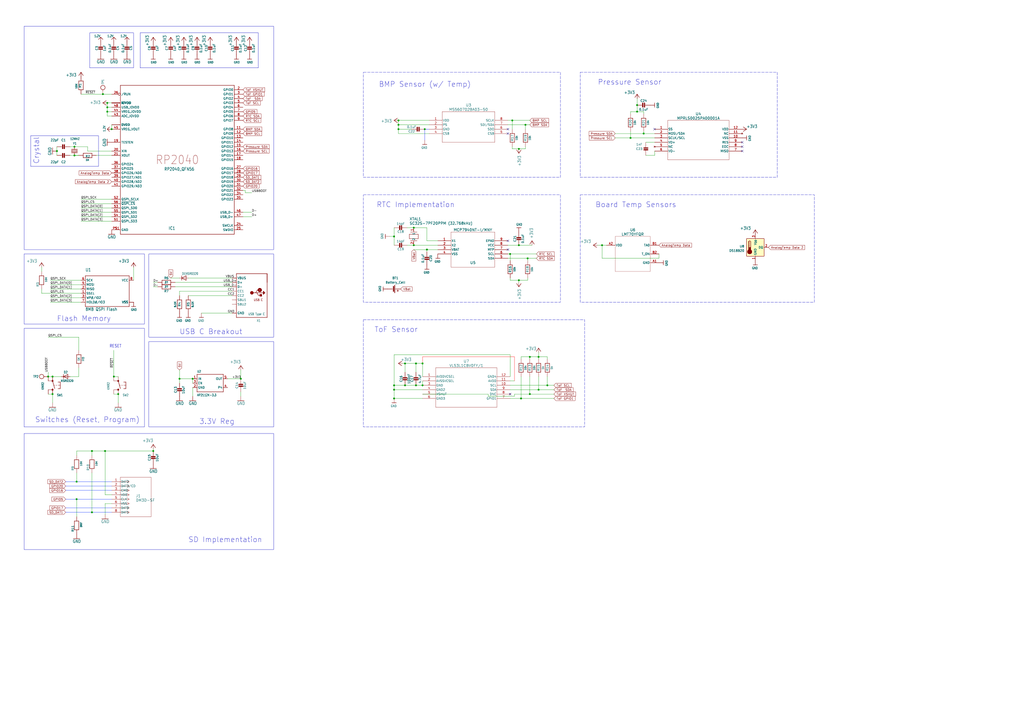
<source format=kicad_sch>
(kicad_sch (version 20230121) (generator eeschema)
  (paper "A2")
  (junction (at 68.58 228.6))
  (junction (at 88.9 261.62))
  (junction (at 300.99 86.36))
  (junction (at 245.11 223.52))
  (junction (at 245.11 210.82))
  (junction (at 104.14 219.71))
  (junction (at 304.8 72.39))
  (junction (at 240.03 142.24))
  (junction (at 228.6 231.14))
  (junction (at 373.38 77.47))
  (junction (at 53.34 297.18))
  (junction (at 307.34 228.6))
  (junction (at 317.5 223.52))
  (junction (at 60.96 261.62))
  (junction (at 365.76 80.01))
  (junction (at 64.77 74.93))
  (junction (at 27.94 218.44))
  (junction (at 53.34 261.62))
  (junction (at 111.76 219.71))
  (junction (at 247.65 144.78))
  (junction (at 62.23 59.69))
  (junction (at 241.3 223.52))
  (junction (at 231.14 69.85))
  (junction (at 297.18 69.85))
  (junction (at 44.45 279.4))
  (junction (at 228.6 223.52))
  (junction (at 234.95 210.82))
  (junction (at 295.91 147.32))
  (junction (at 369.57 64.77))
  (junction (at 234.95 223.52))
  (junction (at 43.18 90.17))
  (junction (at 139.7 219.71))
  (junction (at 43.18 85.09))
  (junction (at 312.42 226.06))
  (junction (at 30.48 218.44))
  (junction (at 312.42 207.01))
  (junction (at 300.99 142.24))
  (junction (at 33.02 87.63))
  (junction (at 307.34 207.01))
  (junction (at 44.45 289.56))
  (junction (at 369.57 60.96))
  (junction (at 62.23 62.23))
  (junction (at 240.03 132.08))
  (junction (at 300.99 162.56))
  (junction (at 59.69 54.61))
  (junction (at 231.14 72.39))
  (junction (at 231.14 74.93))
  (junction (at 30.48 228.6))
  (junction (at 349.25 142.24))
  (junction (at 228.6 226.06))
  (junction (at 62.23 64.77))
  (junction (at 66.04 218.44))
  (junction (at 241.3 210.82))
  (junction (at 228.6 137.16))
  (junction (at 246.38 74.93))
  (junction (at 306.07 149.86))
  (junction (at 302.26 231.14))
  (no_connect (at 294.64 74.93))
  (no_connect (at 294.64 144.78))
  (no_connect (at 295.91 228.6))
  (no_connect (at 294.64 77.47))
  (no_connect (at 294.64 139.7))
  (no_connect (at 430.53 82.55))
  (no_connect (at 430.53 87.63))
  (no_connect (at 430.53 85.09))
  (no_connect (at 379.73 74.93))
  (wire (pts (xy 24.13 167.64) (xy 24.13 170.18)) (stroke (width 0.1524)))
  (wire (pts (xy 248.92 77.47) (xy 231.14 77.47)))
  (wire (pts (xy 44.45 274.32) (xy 44.45 279.4)))
  (wire (pts (xy 236.22 132.08) (xy 240.03 132.08)))
  (wire (pts (xy 234.95 210.82) (xy 233.68 210.82)))
  (wire (pts (xy 38.1 297.18) (xy 53.34 297.18)) (stroke (width 0) (color 0 40 255 1)))
  (wire (pts (xy 346.71 142.24) (xy 349.25 142.24)))
  (wire (pts (xy 365.76 64.77) (xy 369.57 64.77)))
  (wire (pts (xy 29.21 175.26) (xy 46.99 175.26)) (stroke (width 0.1524)))
  (wire (pts (xy 241.3 210.82) (xy 241.3 215.9)))
  (wire (pts (xy 295.91 231.14) (xy 302.26 231.14)))
  (wire (pts (xy 64.77 287.02) (xy 60.96 287.02)))
  (wire (pts (xy 24.13 170.18) (xy 46.99 170.18)) (stroke (width 0.1524)))
  (wire (pts (xy 240.03 144.78) (xy 247.65 144.78)))
  (wire (pts (xy 248.92 72.39) (xy 231.14 72.39)))
  (wire (pts (xy 38.1 294.64) (xy 64.77 294.64)) (stroke (width 0) (color 0 40 255 1)))
  (wire (pts (xy 373.38 76.2) (xy 373.38 77.47)))
  (wire (pts (xy 295.91 147.32) (xy 311.15 147.32)))
  (wire (pts (xy 64.77 54.61) (xy 59.69 54.61)) (stroke (width 0.1524)))
  (wire (pts (xy 104.14 161.29) (xy 99.06 161.29)) (stroke (width 0.1524)))
  (wire (pts (xy 294.64 149.86) (xy 306.07 149.86)))
  (wire (pts (xy 43.18 85.09) (xy 50.8 85.09)))
  (wire (pts (xy 228.6 137.16) (xy 226.06 137.16)))
  (wire (pts (xy 228.6 231.14) (xy 245.11 231.14)))
  (wire (pts (xy 142.24 110.49) (xy 140.97 110.49)))
  (wire (pts (xy 77.47 154.94) (xy 77.47 162.56)) (stroke (width 0.1524)))
  (wire (pts (xy 245.11 207.01) (xy 245.11 210.82)) (stroke (width 0) (color 255 0 2 1)))
  (wire (pts (xy 295.91 205.74) (xy 228.6 205.74)))
  (wire (pts (xy 373.38 77.47) (xy 379.73 77.47)))
  (wire (pts (xy 64.77 292.1) (xy 60.96 292.1)))
  (wire (pts (xy 254 139.7) (xy 247.65 139.7)))
  (wire (pts (xy 64.77 72.39) (xy 64.77 74.93)) (stroke (width 0.1524)))
  (wire (pts (xy 45.72 195.58) (xy 27.94 195.58)) (stroke (width 0.1524)))
  (wire (pts (xy 241.3 223.52) (xy 245.11 223.52)))
  (wire (pts (xy 88.9 163.83) (xy 91.44 163.83)))
  (wire (pts (xy 295.91 147.32) (xy 295.91 151.13)))
  (wire (pts (xy 302.26 207.01) (xy 307.34 207.01)))
  (wire (pts (xy 297.18 69.85) (xy 307.34 69.85)))
  (wire (pts (xy 307.34 207.01) (xy 307.34 208.28)))
  (wire (pts (xy 64.77 59.69) (xy 62.23 59.69)) (stroke (width 0.1524)))
  (wire (pts (xy 27.94 215.9) (xy 27.94 218.44)))
  (wire (pts (xy 64.77 118.11) (xy 46.99 118.11)) (stroke (width 0.1524)))
  (wire (pts (xy 104.14 168.91) (xy 104.14 171.45)) (stroke (width 0.1524)))
  (wire (pts (xy 300.99 142.24) (xy 308.61 142.24)))
  (wire (pts (xy 101.6 166.37) (xy 134.62 166.37)))
  (wire (pts (xy 38.1 281.94) (xy 64.77 281.94)) (stroke (width 0) (color 0 40 255 1)))
  (wire (pts (xy 46.99 128.27) (xy 64.77 128.27)) (stroke (width 0.1524)))
  (wire (pts (xy 40.64 90.17) (xy 43.18 90.17)) (stroke (width 0.1524)))
  (wire (pts (xy 304.8 85.09) (xy 304.8 86.36)))
  (wire (pts (xy 43.18 85.09) (xy 40.64 85.09)) (stroke (width 0.1524)))
  (wire (pts (xy 111.76 224.79) (xy 111.76 229.87)) (stroke (width 0.1524)))
  (wire (pts (xy 88.9 166.37) (xy 91.44 166.37)) (stroke (width 0.1524)))
  (wire (pts (xy 27.94 228.6) (xy 30.48 228.6)) (stroke (width 0.1524)))
  (wire (pts (xy 300.99 162.56) (xy 300.99 163.83)))
  (wire (pts (xy 228.6 226.06) (xy 228.6 231.14)))
  (wire (pts (xy 60.96 287.02) (xy 60.96 261.62)))
  (wire (pts (xy 33.02 90.17) (xy 33.02 87.63)) (stroke (width 0.1524)))
  (wire (pts (xy 306.07 149.86) (xy 306.07 151.13)))
  (wire (pts (xy 142.24 111.76) (xy 146.05 111.76)))
  (wire (pts (xy 60.96 292.1) (xy 60.96 298.45)))
  (wire (pts (xy 297.18 86.36) (xy 300.99 86.36)))
  (wire (pts (xy 373.38 64.77) (xy 369.57 64.77)))
  (wire (pts (xy 132.08 219.71) (xy 139.7 219.71)) (stroke (width 0.1524)))
  (wire (pts (xy 248.92 74.93) (xy 246.38 74.93)) (stroke (width 0) (color 0 20 255 1)))
  (wire (pts (xy 295.91 162.56) (xy 300.99 162.56)))
  (wire (pts (xy 64.77 67.31) (xy 62.23 67.31)) (stroke (width 0.1524)))
  (wire (pts (xy 298.45 228.6) (xy 307.34 228.6)))
  (wire (pts (xy 231.14 74.93) (xy 238.76 74.93)))
  (wire (pts (xy 44.45 289.56) (xy 64.77 289.56)) (stroke (width 0) (color 0 40 255 1)))
  (wire (pts (xy 30.48 218.44) (xy 35.56 218.44)) (stroke (width 0.1524)))
  (wire (pts (xy 294.64 72.39) (xy 304.8 72.39)))
  (wire (pts (xy 104.14 219.71) (xy 111.76 219.71)) (stroke (width 0.1524)))
  (wire (pts (xy 40.64 218.44) (xy 45.72 218.44)) (stroke (width 0.1524)))
  (wire (pts (xy 104.14 214.63) (xy 104.14 219.71)) (stroke (width 0.1524)))
  (wire (pts (xy 30.48 228.6) (xy 30.48 233.68)) (stroke (width 0.1524)))
  (wire (pts (xy 240.03 142.24) (xy 254 142.24)))
  (wire (pts (xy 312.42 218.44) (xy 312.42 226.06)))
  (wire (pts (xy 46.99 162.56) (xy 29.21 162.56)) (stroke (width 0.1524)))
  (wire (pts (xy 365.76 76.2) (xy 365.76 80.01)))
  (wire (pts (xy 116.84 181.61) (xy 134.62 181.61)) (stroke (width 0.1524)))
  (wire (pts (xy 306.07 162.56) (xy 300.99 162.56)))
  (wire (pts (xy 64.77 62.23) (xy 62.23 62.23)) (stroke (width 0.1524)))
  (wire (pts (xy 356.87 77.47) (xy 373.38 77.47)))
  (wire (pts (xy 88.9 260.35) (xy 88.9 261.62)))
  (wire (pts (xy 142.24 111.76) (xy 142.24 110.49)))
  (wire (pts (xy 245.11 228.6) (xy 283.21 228.6)))
  (wire (pts (xy 295.91 226.06) (xy 312.42 226.06)))
  (wire (pts (xy 46.99 167.64) (xy 29.21 167.64)) (stroke (width 0.1524)))
  (wire (pts (xy 374.65 82.55) (xy 379.73 82.55)))
  (wire (pts (xy 53.34 261.62) (xy 60.96 261.62)))
  (wire (pts (xy 43.18 90.17) (xy 45.72 90.17)) (stroke (width 0.1524)))
  (wire (pts (xy 365.76 80.01) (xy 379.73 80.01)))
  (wire (pts (xy 298.45 229.87) (xy 298.45 228.6)))
  (wire (pts (xy 365.76 66.04) (xy 365.76 64.77)))
  (wire (pts (xy 64.77 115.57) (xy 46.99 115.57)) (stroke (width 0.1524)))
  (wire (pts (xy 231.14 74.93) (xy 231.14 72.39)))
  (wire (pts (xy 55.88 90.17) (xy 64.77 90.17)))
  (wire (pts (xy 44.45 279.4) (xy 64.77 279.4)) (stroke (width 0) (color 0 40 255 1)))
  (wire (pts (xy 302.26 208.28) (xy 302.26 207.01)))
  (wire (pts (xy 228.6 223.52) (xy 228.6 226.06)))
  (wire (pts (xy 306.07 149.86) (xy 311.15 149.86)))
  (wire (pts (xy 38.1 284.48) (xy 64.77 284.48)) (stroke (width 0) (color 0 40 255 1)))
  (wire (pts (xy 66.04 228.6) (xy 68.58 228.6)) (stroke (width 0.1524)))
  (wire (pts (xy 304.8 86.36) (xy 300.99 86.36)))
  (wire (pts (xy 228.6 142.24) (xy 228.6 137.16)))
  (wire (pts (xy 302.26 231.14) (xy 321.31 231.14)))
  (wire (pts (xy 45.72 203.2) (xy 45.72 195.58)) (stroke (width 0.1524)))
  (wire (pts (xy 111.76 222.25) (xy 111.76 219.71)) (stroke (width 0.1524)))
  (wire (pts (xy 307.34 218.44) (xy 307.34 228.6)))
  (wire (pts (xy 247.65 139.7) (xy 247.65 132.08)))
  (wire (pts (xy 373.38 66.04) (xy 373.38 64.77)))
  (wire (pts (xy 45.72 218.44) (xy 45.72 213.36)) (stroke (width 0.1524)))
  (wire (pts (xy 379.73 90.17) (xy 379.73 87.63)))
  (wire (pts (xy 53.34 261.62) (xy 53.34 264.16)))
  (wire (pts (xy 66.04 218.44) (xy 66.04 203.2)) (stroke (width 0.1524)))
  (wire (pts (xy 295.91 161.29) (xy 295.91 162.56)))
  (wire (pts (xy 317.5 223.52) (xy 321.31 223.52)))
  (wire (pts (xy 349.25 142.24) (xy 351.79 142.24)))
  (wire (pts (xy 64.77 87.63) (xy 50.8 87.63)))
  (wire (pts (xy 228.6 205.74) (xy 228.6 223.52)))
  (wire (pts (xy 298.45 207.01) (xy 245.11 207.01)) (stroke (width 0) (color 255 0 2 1)))
  (wire (pts (xy 294.64 142.24) (xy 300.99 142.24)))
  (wire (pts (xy 104.14 222.25) (xy 104.14 219.71)) (stroke (width 0.1524)))
  (wire (pts (xy 46.99 125.73) (xy 64.77 125.73)) (stroke (width 0.1524)))
  (wire (pts (xy 62.23 67.31) (xy 62.23 64.77)) (stroke (width 0.1524)))
  (wire (pts (xy 62.23 64.77) (xy 62.23 62.23)) (stroke (width 0.1524)))
  (wire (pts (xy 228.6 132.08) (xy 228.6 137.16)))
  (wire (pts (xy 228.6 226.06) (xy 245.11 226.06)))
  (wire (pts (xy 382.27 147.32) (xy 382.27 149.86)))
  (wire (pts (xy 295.91 223.52) (xy 317.5 223.52)))
  (wire (pts (xy 234.95 223.52) (xy 241.3 223.52)))
  (wire (pts (xy 304.8 72.39) (xy 307.34 72.39)))
  (wire (pts (xy 60.96 261.62) (xy 88.9 261.62)))
  (wire (pts (xy 38.1 279.4) (xy 44.45 279.4)) (stroke (width 0) (color 0 40 255 1)))
  (wire (pts (xy 43.18 90.17) (xy 45.72 90.17)))
  (wire (pts (xy 231.14 69.85) (xy 248.92 69.85)))
  (wire (pts (xy 68.58 218.44) (xy 66.04 218.44)) (stroke (width 0.1524)))
  (wire (pts (xy 231.14 72.39) (xy 231.14 69.85)))
  (wire (pts (xy 234.95 210.82) (xy 234.95 215.9)))
  (wire (pts (xy 33.02 87.63) (xy 33.02 85.09)) (stroke (width 0.1524)))
  (wire (pts (xy 369.57 60.96) (xy 369.57 64.77)))
  (wire (pts (xy 64.77 64.77) (xy 62.23 64.77)) (stroke (width 0.1524)))
  (wire (pts (xy 294.64 69.85) (xy 297.18 69.85)))
  (wire (pts (xy 297.18 85.09) (xy 297.18 86.36)))
  (wire (pts (xy 297.18 69.85) (xy 297.18 74.93)))
  (wire (pts (xy 236.22 142.24) (xy 240.03 142.24)))
  (wire (pts (xy 283.21 229.87) (xy 298.45 229.87)))
  (wire (pts (xy 247.65 144.78) (xy 254 144.78)))
  (wire (pts (xy 302.26 218.44) (xy 302.26 231.14)))
  (wire (pts (xy 231.14 77.47) (xy 231.14 74.93)))
  (wire (pts (xy 245.11 210.82) (xy 245.11 218.44)))
  (wire (pts (xy 295.91 218.44) (xy 295.91 205.74)))
  (wire (pts (xy 246.38 74.93) (xy 246.38 81.28)) (stroke (width 0) (color 0 20 255 1)))
  (wire (pts (xy 307.34 228.6) (xy 321.31 228.6)))
  (wire (pts (xy 44.45 289.56) (xy 44.45 299.72)))
  (wire (pts (xy 139.7 214.63) (xy 139.7 219.71)) (stroke (width 0.1524)))
  (wire (pts (xy 228.6 223.52) (xy 234.95 223.52)))
  (wire (pts (xy 140.97 125.73) (xy 146.05 125.73)))
  (wire (pts (xy 306.07 161.29) (xy 306.07 162.56)))
  (wire (pts (xy 68.58 228.6) (xy 68.58 233.68)) (stroke (width 0.1524)))
  (wire (pts (xy 356.87 80.01) (xy 365.76 80.01)))
  (wire (pts (xy 62.23 62.23) (xy 62.23 59.69)) (stroke (width 0.1524)))
  (wire (pts (xy 53.34 297.18) (xy 64.77 297.18)) (stroke (width 0) (color 0 40 255 1)))
  (wire (pts (xy 312.42 207.01) (xy 312.42 208.28)))
  (wire (pts (xy 245.11 210.82) (xy 241.3 210.82)))
  (wire (pts (xy 44.45 264.16) (xy 44.45 261.62)))
  (wire (pts (xy 374.65 90.17) (xy 379.73 90.17)))
  (wire (pts (xy 46.99 172.72) (xy 29.21 172.72)) (stroke (width 0.1524)))
  (wire (pts (xy 134.62 168.91) (xy 104.14 168.91)) (stroke (width 0.1524)))
  (wire (pts (xy 59.69 54.61) (xy 46.99 54.61)) (stroke (width 0.1524)))
  (wire (pts (xy 139.7 229.87) (xy 139.7 227.33)) (stroke (width 0.1524)))
  (wire (pts (xy 304.8 72.39) (xy 304.8 74.93)))
  (wire (pts (xy 317.5 208.28) (xy 317.5 207.01)))
  (wire (pts (xy 44.45 261.62) (xy 53.34 261.62)))
  (wire (pts (xy 312.42 207.01) (xy 317.5 207.01)))
  (wire (pts (xy 46.99 120.65) (xy 64.77 120.65)) (stroke (width 0.1524)))
  (wire (pts (xy 247.65 144.78) (xy 247.65 146.05)))
  (wire (pts (xy 24.13 154.94) (xy 24.13 157.48)) (stroke (width 0.1524)))
  (wire (pts (xy 53.34 274.32) (xy 53.34 297.18)))
  (wire (pts (xy 30.48 218.44) (xy 27.94 218.44)) (stroke (width 0.1524)))
  (wire (pts (xy 245.11 220.98) (xy 245.11 223.52)))
  (wire (pts (xy 134.62 171.45) (xy 109.22 171.45)) (stroke (width 0.1524)))
  (wire (pts (xy 29.21 165.1) (xy 46.99 165.1)) (stroke (width 0.1524)))
  (wire (pts (xy 294.64 147.32) (xy 295.91 147.32)))
  (wire (pts (xy 247.65 132.08) (xy 240.03 132.08)))
  (wire (pts (xy 46.99 123.19) (xy 64.77 123.19)) (stroke (width 0.1524)))
  (wire (pts (xy 317.5 218.44) (xy 317.5 223.52)))
  (wire (pts (xy 109.22 161.29) (xy 134.62 161.29)))
  (wire (pts (xy 312.42 226.06) (xy 321.31 226.06)))
  (wire (pts (xy 382.27 149.86) (xy 349.25 149.86)))
  (wire (pts (xy 101.6 163.83) (xy 134.62 163.83)))
  (wire (pts (xy 283.21 228.6) (xy 283.21 229.87)))
  (wire (pts (xy 369.57 57.15) (xy 369.57 60.96)))
  (wire (pts (xy 307.34 207.01) (xy 312.42 207.01)))
  (wire (pts (xy 312.42 204.47) (xy 312.42 207.01)))
  (wire (pts (xy 295.91 220.98) (xy 298.45 220.98)))
  (wire (pts (xy 234.95 210.82) (xy 241.3 210.82)))
  (wire (pts (xy 349.25 149.86) (xy 349.25 142.24)))
  (wire (pts (xy 50.8 87.63) (xy 50.8 85.09)))
  (wire (pts (xy 38.1 289.56) (xy 44.45 289.56)) (stroke (width 0) (color 0 40 255 1)))
  (wire (pts (xy 140.97 123.19) (xy 146.05 123.19)))
  (wire (pts (xy 298.45 220.98) (xy 298.45 207.01)) (stroke (width 0) (color 255 0 2 1)))
  (rectangle (start 210.82 41.91) (end 325.12 102.87) (stroke (width 0) (type dash)))
  (rectangle (start 81.28 19.05) (end 149.86 39.37))
  (rectangle (start 13.97 15.24) (end 158.75 144.78))
  (rectangle (start 17.78 78.74) (end 57.15 96.52))
  (rectangle (start 86.36 147.32) (end 158.75 195.58))
  (rectangle (start 13.97 147.32) (end 83.82 187.96))
  (rectangle (start 336.55 41.91) (end 450.85 102.87) (stroke (width 0) (type dash)))
  (rectangle (start 86.36 198.12) (end 158.75 247.65))
  (rectangle (start 52.07 19.05) (end 77.47 39.37))
  (rectangle (start 13.97 190.5) (end 83.82 247.65))
  (rectangle (start 336.55 113.03) (end 472.44 175.26) (stroke (width 0) (type dash)))
  (rectangle (start 210.82 113.03) (end 325.12 175.26) (stroke (width 0) (type dash)))
  (rectangle (start 13.97 251.46) (end 158.75 318.77))
  (rectangle (start 210.82 185.42) (end 339.09 247.65) (stroke (width 0) (type dash)))
  (text "Pressure Sensor" (at 346.71 49.53 0) (effects (font (size 3 3)) (justify left bottom)))
  (text "Board Temp Sensors" (at 345.44 120.65 0) (effects (font (size 3 3)) (justify left bottom)))
  (text "Flash Memory" (at 33.02 186.69 0) (effects (font (size 3 3)) (justify left bottom)))
  (text "USB C Breakout" (at 104.14 194.31 0) (effects (font (size 3 3)) (justify left bottom)))
  (text "ToF Sensor" (at 217.17 193.04 0) (effects (font (size 3 3)) (justify left bottom)))
  (text "Switches (Reset, Program)\n\n" (at 20.32 250.19 0) (effects (font (size 3 3)) (justify left bottom)))
  (text "RESET" (at 63.5 201.93 0) (effects (font (size 1.778 1.5113)) (justify left bottom)))
  (text "RTC Implementation" (at 218.44 120.65 0) (effects (font (size 3 3)) (justify left bottom)))
  (text "SD Implementation" (at 109.22 314.96 0) (effects (font (size 3 3)) (justify left bottom)))
  (text "Crystal\n" (at 22.86 95.25 90) (effects (font (size 3 3)) (justify left bottom)))
  (text "BMP Sensor (w/ Temp)\n" (at 219.71 50.8 0) (effects (font (size 3 3)) (justify left bottom)))
  (text "3.3V Reg\n" (at 115.57 246.38 0) (effects (font (size 3 3)) (justify left bottom)))
  (label "GND" (at 132.08 181.61 0) (effects (font (size 1.2446 1.2446))))
  (label "QSPI_CS" (at 46.99 118.11 0) (effects (font (size 1.2446 1.2446))))
  (label "USB_D+" (at 129.54 163.83 0) (effects (font (size 1.2446 1.2446))))
  (label "D+" (at 88.9 163.83 0) (effects (font (size 1.2446 1.2446))))
  (label "~{RESET}" (at 49.53 54.61 0) (effects (font (size 1.2446 1.2446))))
  (label "CC2" (at 132.08 171.45 0) (effects (font (size 1.2446 1.2446))))
  (label "D-" (at 88.9 166.37 0) (effects (font (size 1.2446 1.2446))))
  (label "D-" (at 146.05 123.19 0) (effects (font (size 1.2446 1.2446))))
  (label "CC1" (at 132.08 168.91 0) (effects (font (size 1.2446 1.2446))))
  (label "USBBOOT" (at 146.05 111.76 0) (effects (font (size 1.2446 1.2446))))
  (label "~{RESET}" (at 66.04 213.36 90) (effects (font (size 1.2446 1.2446))))
  (label "QSPI_CS" (at 29.21 170.18 0) (effects (font (size 1.2446 1.2446))))
  (label "+3V3" (at 134.62 219.71 0) (effects (font (size 1.2446 1.2446))))
  (label "QSPI_DATA[3]" (at 46.99 128.27 0) (effects (font (size 1.2446 1.2446))))
  (label "USB_D-" (at 129.54 166.37 0) (effects (font (size 1.2446 1.2446))))
  (label "QSPI_DATA[2]" (at 29.21 172.72 0) (effects (font (size 1.2446 1.2446))))
  (label "QSPI_DATA[2]" (at 46.99 125.73 0) (effects (font (size 1.2446 1.2446))))
  (label "QSPI_DATA[0]" (at 29.21 165.1 0) (effects (font (size 1.2446 1.2446))))
  (label "QSPI_DATA[3]" (at 29.21 175.26 0) (effects (font (size 1.2446 1.2446))))
  (label "QSPI_DATA[1]" (at 29.21 167.64 0) (effects (font (size 1.2446 1.2446))))
  (label "D+" (at 146.05 125.73 0) (effects (font (size 1.2446 1.2446))))
  (label "USBBOOT" (at 27.94 215.9 90) (effects (font (size 1.2446 1.2446))))
  (label "QSPI_DATA[0]" (at 46.99 120.65 0) (effects (font (size 1.2446 1.2446))))
  (label "QSPI_DATA[1]" (at 46.99 123.19 0) (effects (font (size 1.2446 1.2446))))
  (label "QSPI_SCK" (at 29.21 162.56 0) (effects (font (size 1.2446 1.2446))))
  (label "VBUS" (at 130.81 161.29 0) (effects (font (size 1.2446 1.2446))))
  (label "QSPI_SCK" (at 46.99 115.57 0) (effects (font (size 1.2446 1.2446))))
  (label "QSPI_CS" (at 27.94 195.58 0) (effects (font (size 1.2446 1.2446))))
  (global_label "Pressure SCL" (shape input) (at 140.97 87.63 0) (property "Intersheetrefs" "${INTERSHEET_REFS}" (effects hide)))
  (global_label "ToF SCL" (shape input) (at 140.97 59.69 0) (property "Intersheetrefs" "${INTERSHEET_REFS}" (effects hide)))
  (global_label "SD_DAT1" (shape input) (at 140.97 102.87 0) (property "Intersheetrefs" "${INTERSHEET_REFS}" (effects hide)))
  (global_label "AnalogTemp Data 2" (shape input) (at 445.77 143.51 0) (property "Intersheetrefs" "${INTERSHEET_REFS}" (effects hide)))
  (global_label "GPIO20" (shape input) (at 140.97 107.95 0) (property "Intersheetrefs" "${INTERSHEET_REFS}" (effects hide)))
  (global_label "ToF XSHUT" (shape input) (at 140.97 52.07 0) (property "Intersheetrefs" "${INTERSHEET_REFS}" (effects hide)))
  (global_label "GPIO17" (shape input) (at 140.97 100.33 0) (property "Intersheetrefs" "${INTERSHEET_REFS}" (effects hide)))
  (global_label "SD_DAT2" (shape input) (at 140.97 105.41 0) (property "Intersheetrefs" "${INTERSHEET_REFS}" (effects hide)))
  (global_label "5V" (shape input) (at 104.14 214.63 90) (property "Intersheetrefs" "${INTERSHEET_REFS}" (effects hide)))
  (global_label "AnalogTemp Data 2" (shape input) (at 64.77 105.41 180) (property "Intersheetrefs" "${INTERSHEET_REFS}" (effects hide)))
  (global_label "ToF  SDA" (shape input) (at 321.31 226.06 0) (property "Intersheetrefs" "${INTERSHEET_REFS}" (effects hide)))
  (global_label "Pressure SCL" (shape input) (at 356.87 80.01 180) (property "Intersheetrefs" "${INTERSHEET_REFS}" (effects hide)))
  (global_label "GPIO17" (shape input) (at 38.1 294.64 180) (property "Intersheetrefs" "${INTERSHEET_REFS}" (effects hide)))
  (global_label "SD_DAT2" (shape input) (at 38.1 279.4 180) (property "Intersheetrefs" "${INTERSHEET_REFS}" (effects hide)))
  (global_label "ToF  SDA" (shape input) (at 140.97 57.15 0) (property "Intersheetrefs" "${INTERSHEET_REFS}" (effects hide)))
  (global_label "GPIO5" (shape input) (at 38.1 289.56 180) (property "Intersheetrefs" "${INTERSHEET_REFS}" (effects hide)))
  (global_label "Pressure SDA" (shape input) (at 140.97 85.09 0) (property "Intersheetrefs" "${INTERSHEET_REFS}" (effects hide)))
  (global_label "ToF GPIO1" (shape input) (at 140.97 54.61 0) (property "Intersheetrefs" "${INTERSHEET_REFS}" (effects hide)))
  (global_label "RTC SCL" (shape input) (at 311.15 147.32 0) (property "Intersheetrefs" "${INTERSHEET_REFS}" (effects hide)))
  (global_label "AnalogTemp Data" (shape input) (at 382.27 142.24 0) (property "Intersheetrefs" "${INTERSHEET_REFS}" (effects hide)))
  (global_label "RTC SDA" (shape input) (at 140.97 67.31 0) (property "Intersheetrefs" "${INTERSHEET_REFS}" (effects hide)))
  (global_label "BMP SCL" (shape input) (at 140.97 77.47 0) (property "Intersheetrefs" "${INTERSHEET_REFS}" (effects hide)))
  (global_label "RTC SDA" (shape input) (at 311.15 149.86 0) (property "Intersheetrefs" "${INTERSHEET_REFS}" (effects hide)))
  (global_label "ToF XSHUT" (shape input) (at 321.31 228.6 0) (property "Intersheetrefs" "${INTERSHEET_REFS}" (effects hide)))
  (global_label "ToF GPIO1" (shape input) (at 321.31 231.14 0) (property "Intersheetrefs" "${INTERSHEET_REFS}" (effects hide)))
  (global_label "VBat" (shape input) (at 240.03 144.78 270) (property "Intersheetrefs" "${INTERSHEET_REFS}" (effects hide)))
  (global_label "BMP SCL" (shape input) (at 307.34 69.85 0) (property "Intersheetrefs" "${INTERSHEET_REFS}" (effects hide)))
  (global_label "BMP SDA" (shape input) (at 140.97 74.93 0) (property "Intersheetrefs" "${INTERSHEET_REFS}" (effects hide)))
  (global_label "AnalogTemp Data" (shape input) (at 64.77 100.33 180) (property "Intersheetrefs" "${INTERSHEET_REFS}" (effects hide)))
  (global_label "GPIO5" (shape input) (at 140.97 64.77 0) (property "Intersheetrefs" "${INTERSHEET_REFS}" (effects hide)))
  (global_label "RTC SCL" (shape input) (at 140.97 69.85 0) (property "Intersheetrefs" "${INTERSHEET_REFS}" (effects hide)))
  (global_label "SD_DAT1" (shape input) (at 38.1 297.18 180) (property "Intersheetrefs" "${INTERSHEET_REFS}" (effects hide)))
  (global_label "VBat" (shape input) (at 232.41 167.64 0) (property "Intersheetrefs" "${INTERSHEET_REFS}" (effects hide)))
  (global_label "ToF SCL" (shape input) (at 321.31 223.52 0) (property "Intersheetrefs" "${INTERSHEET_REFS}" (effects hide)))
  (global_label "GPIO16" (shape input) (at 38.1 284.48 180) (property "Intersheetrefs" "${INTERSHEET_REFS}" (effects hide)))
  (global_label "5V" (shape input) (at 99.06 161.29 90) (property "Intersheetrefs" "${INTERSHEET_REFS}" (effects hide)))
  (global_label "GPIO16" (shape input) (at 140.97 97.79 0) (property "Intersheetrefs" "${INTERSHEET_REFS}" (effects hide)))
  (global_label "GPIO20" (shape input) (at 38.1 281.94 180) (property "Intersheetrefs" "${INTERSHEET_REFS}" (effects hide)))
  (global_label "BMP SDA" (shape input) (at 307.34 72.39 0) (property "Intersheetrefs" "${INTERSHEET_REFS}" (effects hide)))
  (global_label "Pressure SDA" (shape input) (at 356.87 77.47 180) (property "Intersheetrefs" "${INTERSHEET_REFS}" (effects hide)))
  (symbol (lib_id "Adafruit QT Py RP2040-eagle-import:+3V3") (at 144.78 21.59 0) (unit 1)
    (property "Reference" "#+3V09" (effects hide))
    (property "Value" "+3V3" (at 142.24 26.67 90) (effects (font (size 1.778 1.5113)) (justify left bottom)))
  )
  (symbol (lib_id "Adafruit QT Py RP2040-eagle-import:USB_C") (at 144.78 171.45 0) (mirror y) (unit 1)
    (property "Reference" "X1" (at 151.13 186.69 0) (effects (font (size 1.27 1.0795)) (justify left bottom)))
    (property "Value" "USB Type C" (at 153.67 182.88 0) (effects (font (size 1.27 1.0795)) (justify left bottom)))
    (property "Footprint" "QTpy:USB_C_CUSB31-CFM2AX-01-X" (effects hide))
  )
  (symbol (lib_id "Adafruit QT Py RP2040-eagle-import:CAP_CERAMIC0603_NO") (at 58.42 29.21 0) (unit 1)
    (property "Reference" "C3" (at 56.13 27.96 90))
    (property "Value" "1uF" (at 60.72 27.96 90))
    (property "Footprint" "Capacitor_SMD:C_0201_0603Metric_Pad0.64x0.40mm_HandSolder" (effects hide))
  )
  (symbol (lib_id "Adafruit QT Py RP2040-eagle-import:RESISTOR_0402NO") (at 104.14 176.53 270) (mirror x) (unit 1)
    (property "Reference" "R4" (at 104.14 176.53 0))
    (property "Value" "5.1K" (at 101.6 176.53 0) (effects (font (size 1.016 1.016) bold)))
    (property "Footprint" "Resistor_SMD:R_0402_1005Metric_Pad0.72x0.64mm_HandSolder" (effects hide))
  )
  (symbol (lib_id "Adafruit QT Py RP2040-eagle-import:GND") (at 58.42 34.29 0) (mirror y) (unit 1)
    (property "Reference" "#GND03" (effects hide))
    (property "Value" "GND" (at 60.96 36.83 0) (effects (font (size 1.778 1.5113)) (justify left bottom)))
  )
  (symbol (lib_id "Adafruit QT Py RP2040-eagle-import:DIODE_SOD323MINI") (at 38.1 218.44 0) (mirror y) (unit 1)
    (property "Reference" "D2" (at 38.1 215.9 0) (effects (font (size 1.27 1.0795))))
    (property "Value" "  NSR0320" (at 38.1 220.94 0) (effects (font (size 1.27 1.0795))))
    (property "Footprint" "QTpy:SOD-323_MINI" (effects hide))
  )
  (symbol (lib_id "Adafruit QT Py RP2040-eagle-import:1.2V") (at 62.23 74.93 90) (unit 1)
    (property "Reference" "#U$01" (effects hide))
    (property "Value" "1.2V" (at 61.214 76.454 0) (effects (font (size 1.27 1.0795)) (justify left bottom)))
  )
  (symbol (lib_id "Adafruit QT Py RP2040-eagle-import:microbuilder_GND") (at 254 149.86 0) (mirror y) (unit 1)
    (property "Reference" "#U$020" (effects hide))
    (property "Value" "GND" (at 255.524 152.4 0) (effects (font (size 1.27 1.0795)) (justify left bottom)))
  )
  (symbol (lib_id "Adafruit QT Py RP2040-eagle-import:microbuilder_GND") (at 99.06 34.29 0) (unit 1)
    (property "Reference" "#U$06" (effects hide))
    (property "Value" "GND" (at 97.536 36.83 0) (effects (font (size 1.27 1.0795)) (justify left bottom)))
  )
  (symbol (lib_id "Adafruit QT Py RP2040-eagle-import:+3V3") (at 369.57 54.61 0) (mirror y) (unit 1)
    (property "Reference" "#+3V023" (effects hide))
    (property "Value" "+3V3" (at 368.3 54.61 0) (effects (font (size 1.778 1.5113)) (justify left bottom)))
  )
  (symbol (lib_id "Adafruit QT Py RP2040-eagle-import:RESISTOR_0402NO") (at 96.52 163.83 0) (mirror y) (unit 1)
    (property "Reference" "R6" (at 96.52 161.29 0))
    (property "Value" "27" (at 96.52 163.83 0) (effects (font (size 1.016 1.016) bold)))
    (property "Footprint" "Resistor_SMD:R_0402_1005Metric_Pad0.72x0.64mm_HandSolder" (effects hide))
  )
  (symbol (lib_id "Adafruit QT Py RP2040-eagle-import:RESISTOR_0402NO") (at 304.8 80.01 90) (mirror x) (unit 1)
    (property "Reference" "R19" (at 304.8 80.01 0))
    (property "Value" "10k" (at 307.34 80.01 0) (effects (font (size 1.016 1.016) bold)))
    (property "Footprint" "Resistor_SMD:R_0402_1005Metric_Pad0.72x0.64mm_HandSolder" (effects hide))
  )
  (symbol (lib_id "Adafruit QT Py RP2040-eagle-import:CAP_CERAMIC_0402NO") (at 106.68 29.21 0) (unit 1)
    (property "Reference" "C8" (at 104.39 27.96 90))
    (property "Value" "0.1uF" (at 108.98 27.96 90))
    (property "Footprint" "Capacitor_SMD:C_0402_1005Metric_Pad0.74x0.62mm_HandSolder" (effects hide))
  )
  (symbol (lib_id "Adafruit QT Py RP2040-eagle-import:+3V3") (at 46.99 41.91 0) (mirror y) (unit 1)
    (property "Reference" "#+3V01" (effects hide))
    (property "Value" "+3V3" (at 44.45 44.45 0) (effects (font (size 1.778 1.5113)) (justify left bottom)))
  )
  (symbol (lib_id "Adafruit QT Py RP2040-eagle-import:RESISTOR_0402NO") (at 109.22 176.53 270) (mirror x) (unit 1)
    (property "Reference" "R5" (at 109.22 176.53 0))
    (property "Value" "5.1K" (at 111.76 176.53 0) (effects (font (size 1.016 1.016) bold)))
    (property "Footprint" "Resistor_SMD:R_0402_1005Metric_Pad0.72x0.64mm_HandSolder" (effects hide))
  )
  (symbol (lib_id "Adafruit QT Py RP2040-eagle-import:SWITCH_TACT_SMT4.6X2.8") (at 30.48 223.52 270) (unit 1)
    (property "Reference" "SW1" (at 33.02 229.87 90) (effects (font (size 1.27 1.0795)) (justify left bottom)))
    (property "Value" "KMR2" (at 24.13 221.615 0) (effects (font (size 1.27 1.0795)) (justify left bottom)))
    (property "Footprint" "Button_Switch_SMD:SW_Push_1P1T_NO_CK_KMR2" (effects hide))
  )
  (symbol (lib_id "Adafruit QT Py RP2040-eagle-import:+3V3") (at 59.69 59.69 90) (unit 1)
    (property "Reference" "#+3V02" (effects hide))
    (property "Value" "+3V3" (at 58.42 58.42 90) (effects (font (size 1.778 1.5113)) (justify left bottom)))
  )
  (symbol (lib_id "Adafruit QT Py RP2040-eagle-import:GND") (at 111.76 232.41 0) (mirror y) (unit 1)
    (property "Reference" "#GND010" (effects hide))
    (property "Value" "GND" (at 114.3 234.95 0) (effects (font (size 1.778 1.5113)) (justify left bottom)))
  )
  (symbol (lib_id "Adafruit QT Py RP2040-eagle-import:+3V3") (at 24.13 152.4 0) (mirror y) (unit 1)
    (property "Reference" "#+3V010" (effects hide))
    (property "Value" "+3V3" (at 21.59 152.4 0) (effects (font (size 1.778 1.5113)) (justify left bottom)))
  )
  (symbol (lib_id "Adafruit QT Py RP2040-eagle-import:microbuilder_GND") (at 144.78 34.29 0) (unit 1)
    (property "Reference" "#U$011" (effects hide))
    (property "Value" "GND" (at 143.256 36.83 0) (effects (font (size 1.27 1.0795)) (justify left bottom)))
  )
  (symbol (lib_id "Adafruit QT Py RP2040-eagle-import:CAP_CERAMIC0603_NO") (at 372.11 60.96 270) (unit 1)
    (property "Reference" "C24" (at 373.38 58.42 90))
    (property "Value" "0.1uF" (at 373.38 63.5 90))
    (property "Footprint" "Capacitor_SMD:C_0201_0603Metric_Pad0.64x0.40mm_HandSolder" (effects hide))
  )
  (symbol (lib_id "Adafruit QT Py RP2040-eagle-import:CAP_CERAMIC0805-NOOUTLINE") (at 233.68 132.08 90) (unit 1)
    (property "Reference" "C18" (at 232.43 134.37 90))
    (property "Value" "14pF" (at 232.43 129.78 90))
    (property "Footprint" "Capacitor_SMD:C_0805_2012Metric" (effects hide))
  )
  (symbol (lib_id "Adafruit QT Py RP2040-eagle-import:CAP_CERAMIC0603_NO") (at 88.9 29.21 0) (unit 1)
    (property "Reference" "C6" (at 86.61 27.96 90))
    (property "Value" "1uF" (at 91.2 27.96 90))
    (property "Footprint" "Capacitor_SMD:C_0201_0603Metric_Pad0.64x0.40mm_HandSolder" (effects hide))
  )
  (symbol (lib_id "Comp_Sym5:LMT70YFQR") (at 367.03 147.32 0) (unit 1)
    (property "Reference" "U6" (at 367.03 133.35 0) (effects (font (size 1.524 1.524))))
    (property "Value" "LMT70YFQR" (at 367.03 135.89 0) (effects (font (size 1.524 1.524))))
    (property "Footprint" "YFQ0004ACAC" (effects hide))
    (property "Datasheet" "LMT70YFQR" (effects hide))
  )
  (symbol (lib_id "Adafruit QT Py RP2040-eagle-import:RESISTOR_0402NO") (at 50.8 90.17 0) (unit 1)
    (property "Reference" "R2" (at 49.53 91.44 0) (effects (justify left bottom)))
    (property "Value" "1K" (at 49.53 93.472 0) (effects (font (size 1.016 1.016) bold) (justify left bottom)))
    (property "Footprint" "Resistor_SMD:R_0402_1005Metric_Pad0.72x0.64mm_HandSolder" (effects hide))
  )
  (symbol (lib_id "Adafruit QT Py RP2040-eagle-import:microbuilder_GND") (at 438.15 153.67 0) (mirror y) (unit 1)
    (property "Reference" "#U$018" (effects hide))
    (property "Value" "GND" (at 439.674 156.21 0) (effects (font (size 1.27 1.0795)) (justify left bottom)))
  )
  (symbol (lib_id "Adafruit QT Py RP2040-eagle-import:RESISTOR_0402NO") (at 96.52 166.37 0) (mirror y) (unit 1)
    (property "Reference" "R7" (at 96.52 168.91 0))
    (property "Value" "27" (at 96.52 166.37 0) (effects (font (size 1.016 1.016) bold)))
    (property "Footprint" "Resistor_SMD:R_0402_1005Metric_Pad0.72x0.64mm_HandSolder" (effects hide))
  )
  (symbol (lib_id "Adafruit QT Py RP2040-eagle-import:1.2V") (at 73.66 21.59 0) (unit 1)
    (property "Reference" "#U$04" (effects hide))
    (property "Value" "1.2V" (at 69.85 21.59 0) (effects (font (size 1.27 1.0795)) (justify left bottom)))
  )
  (symbol (lib_id "Adafruit QT Py RP2040-eagle-import:microbuilder_GND") (at 109.22 184.15 0) (mirror y) (unit 1)
    (property "Reference" "#U$014" (effects hide))
    (property "Value" "GND" (at 110.744 186.69 0) (effects (font (size 1.27 1.0795)) (justify left bottom)))
  )
  (symbol (lib_id "Adafruit QT Py RP2040-eagle-import:VREG_SOT23-5") (at 121.92 222.25 0) (unit 1)
    (property "Reference" "U2" (at 114.3 216.154 0) (effects (font (size 1.27 1.0795)) (justify left bottom)))
    (property "Value" "AP2112K-3.3" (at 114.3 229.87 0) (effects (font (size 1.27 1.0795)) (justify left bottom)))
    (property "Footprint" "QTpy:SOT23-5" (effects hide))
  )
  (symbol (lib_id "Adafruit QT Py RP2040-eagle-import:CAP_CERAMIC_0402NO") (at 144.78 29.21 0) (unit 1)
    (property "Reference" "C12" (at 142.49 27.96 90))
    (property "Value" "0.1uF" (at 147.08 27.96 90))
    (property "Footprint" "Capacitor_SMD:C_0402_1005Metric_Pad0.74x0.62mm_HandSolder" (effects hide))
  )
  (symbol (lib_id "Adafruit QT Py RP2040-eagle-import:GND") (at 88.9 271.78 0) (mirror y) (unit 1)
    (property "Reference" "#GND012" (effects hide))
    (property "Value" "GND" (at 91.44 274.32 0) (effects (font (size 1.778 1.5113)) (justify left bottom)))
  )
  (symbol (lib_name "SWITCH_TACT_SMT4.6X2.8_1") (lib_id "Adafruit QT Py RP2040-eagle-import:SWITCH_TACT_SMT4.6X2.8") (at 68.58 223.52 270) (unit 1)
    (property "Reference" "SW2" (at 71.12 229.87 90) (effects (font (size 1.27 1.0795)) (justify left bottom)))
    (property "Value" "KMR2" (at 62.23 221.615 0) (effects (font (size 1.27 1.0795)) (justify left bottom)))
    (property "Footprint" "Button_Switch_SMD:SW_Push_1P1T_NO_CK_KMR2" (effects hide))
  )
  (symbol (lib_id "Adafruit QT Py RP2040-eagle-import:+3V3") (at 300.99 166.37 0) (mirror x) (unit 1)
    (property "Reference" "#+3V018" (effects hide))
    (property "Value" "+3V3" (at 302.26 167.64 90) (effects (font (size 1.778 1.5113)) (justify left bottom)))
  )
  (symbol (lib_id "Adafruit QT Py RP2040-eagle-import:+3V3") (at 438.15 133.35 0) (mirror y) (unit 1)
    (property "Reference" "#+3V017" (effects hide))
    (property "Value" "+3V3" (at 435.61 133.35 0) (effects (font (size 1.778 1.5113)) (justify left bottom)))
  )
  (symbol (lib_id "Adafruit QT Py RP2040-eagle-import:+3V3") (at 308.61 139.7 0) (mirror y) (unit 1)
    (property "Reference" "#+3V019" (effects hide))
    (property "Value" "+3V3" (at 307.34 138.43 90) (effects (font (size 1.778 1.5113)) (justify left bottom)))
  )
  (symbol (lib_id "Adafruit QT Py RP2040-eagle-import:CAP_CERAMIC0603_NO") (at 300.99 139.7 0) (unit 1)
    (property "Reference" "C21" (at 298.7 138.45 90))
    (property "Value" "0.1uF" (at 303.29 138.45 90))
    (property "Footprint" "Capacitor_SMD:C_0201_0603Metric_Pad0.64x0.40mm_HandSolder" (effects hide))
  )
  (symbol (lib_id "Comp_Sym1:MS560702BA03-50") (at 271.78 74.93 0) (unit 1)
    (property "Reference" "U3" (at 271.78 60.96 0) (effects (font (size 1.524 1.524))))
    (property "Value" "MS560702BA03-50" (at 271.78 63.5 0) (effects (font (size 1.524 1.524))))
    (property "Footprint" "SON8_MS5611_TEC" (effects hide))
    (property "Datasheet" "MS560702BA03-50" (effects hide))
  )
  (symbol (lib_id "Adafruit QT Py RP2040-eagle-import:CAP_CERAMIC_0402NO") (at 66.04 26.67 180) (unit 1)
    (property "Reference" "C4" (at 68.33 27.92 90))
    (property "Value" "0.1uF" (at 63.74 27.92 90))
    (property "Footprint" "Capacitor_SMD:C_0402_1005Metric_Pad0.74x0.62mm_HandSolder" (effects hide))
  )
  (symbol (lib_id "Adafruit QT Py RP2040-eagle-import:CAP_CERAMIC0603_NO") (at 374.65 85.09 180) (unit 1)
    (property "Reference" "C23" (at 370.84 86.36 0))
    (property "Value" "1nF" (at 370.84 83.82 0))
    (property "Footprint" "Capacitor_SMD:C_0201_0603Metric_Pad0.64x0.40mm_HandSolder" (effects hide))
  )
  (symbol (lib_id "Adafruit QT Py RP2040-eagle-import:microbuilder_GND") (at 121.92 34.29 0) (unit 1)
    (property "Reference" "#U$09" (effects hide))
    (property "Value" "GND" (at 120.396 36.83 0) (effects (font (size 1.27 1.0795)) (justify left bottom)))
  )
  (symbol (lib_id "Adafruit QT Py RP2040-eagle-import:GND") (at 104.14 232.41 0) (mirror y) (unit 1)
    (property "Reference" "#GND09" (effects hide))
    (property "Value" "GND" (at 106.68 234.95 0) (effects (font (size 1.778 1.5113)) (justify left bottom)))
  )
  (symbol (lib_id "Adafruit QT Py RP2040-eagle-import:+3V3") (at 344.17 142.24 90) (mirror x) (unit 1)
    (property "Reference" "#+3V015" (effects hide))
    (property "Value" "+3V3" (at 342.9 140.97 90) (effects (font (size 1.778 1.5113)) (justify left bottom)))
  )
  (symbol (lib_id "Adafruit QT Py RP2040-eagle-import:microbuilder_GND") (at 300.99 132.08 0) (mirror x) (unit 1)
    (property "Reference" "#U$022" (effects hide))
    (property "Value" "GND" (at 299.466 129.54 0) (effects (font (size 1.27 1.0795)) (justify left bottom)))
  )
  (symbol (lib_id "Adafruit QT Py RP2040-eagle-import:GND") (at 73.66 34.29 0) (mirror y) (unit 1)
    (property "Reference" "#GND06" (effects hide))
    (property "Value" "GND" (at 76.2 36.83 0) (effects (font (size 1.778 1.5113)) (justify left bottom)))
  )
  (symbol (lib_id "Adafruit QT Py RP2040-eagle-import:RESISTOR_0402NO") (at 44.45 304.8 90) (unit 1)
    (property "Reference" "R11" (at 42.9514 308.61 0) (effects (justify left bottom)))
    (property "Value" "DNF" (at 47.752 306.07 0) (effects (font (size 1.016 1.016) bold) (justify left bottom)))
    (property "Footprint" "Resistor_SMD:R_0402_1005Metric_Pad0.72x0.64mm_HandSolder" (effects hide))
  )
  (symbol (lib_id "Adafruit QT Py RP2040-eagle-import:RESISTOR_0402NO") (at 365.76 71.12 90) (mirror x) (unit 1)
    (property "Reference" "R20" (at 365.76 71.12 0))
    (property "Value" "10k" (at 368.3 71.12 0) (effects (font (size 1.016 1.016) bold)))
    (property "Footprint" "Resistor_SMD:R_0402_1005Metric_Pad0.72x0.64mm_HandSolder" (effects hide))
  )
  (symbol (lib_id "Sensor_Temperature:DS18B20") (at 438.15 143.51 0) (unit 1)
    (property "Reference" "U8" (at 431.8 142.875 0) (effects (justify right)))
    (property "Value" "DS18B20" (at 431.8 145.415 0) (effects (justify right)))
    (property "Footprint" "Package_TO_SOT_THT:TO-92_Inline" (effects hide))
    (property "Datasheet" "http://datasheets.maximintegrated.com/en/ds/DS18B20.pdf" (effects hide))
  )
  (symbol (lib_id "Adafruit QT Py RP2040-eagle-import:microbuilder_GND") (at 379.73 60.96 90) (mirror x) (unit 1)
    (property "Reference" "#U$025" (effects hide))
    (property "Value" "GND" (at 382.27 59.436 0) (effects (font (size 1.27 1.0795)) (justify left bottom)))
  )
  (symbol (lib_id "Adafruit QT Py RP2040-eagle-import:GND") (at 62.23 82.55 270) (mirror x) (unit 1)
    (property "Reference" "#GND02" (effects hide))
    (property "Value" "GND" (at 59.69 85.09 0) (effects (font (size 1.778 1.5113)) (justify left bottom)))
  )
  (symbol (lib_id "Adafruit QT Py RP2040-eagle-import:GND") (at 64.77 135.89 0) (mirror y) (unit 1)
    (property "Reference" "#GND04" (effects hide))
    (property "Value" "GND" (at 67.31 138.43 0) (effects (font (size 1.778 1.5113)) (justify left bottom)))
  )
  (symbol (lib_id "Adafruit QT Py RP2040-eagle-import:RESISTOR_0402NO") (at 44.45 269.24 90) (unit 1)
    (property "Reference" "R9" (at 42.9514 273.05 0) (effects (justify left bottom)))
    (property "Value" "10K" (at 47.752 270.51 0) (effects (font (size 1.016 1.016) bold) (justify left bottom)))
    (property "Footprint" "Resistor_SMD:R_0402_1005Metric_Pad0.72x0.64mm_HandSolder" (effects hide))
  )
  (symbol (lib_id "Adafruit QT Py RP2040-eagle-import:CAP_CERAMIC0603_NO") (at 247.65 148.59 180) (unit 1)
    (property "Reference" "C20" (at 249.94 149.84 90))
    (property "Value" "0.1uF" (at 245.35 149.84 90))
    (property "Footprint" "Capacitor_SMD:C_0201_0603Metric_Pad0.64x0.40mm_HandSolder" (effects hide))
  )
  (symbol (lib_id "Adafruit QT Py RP2040-eagle-import:GND") (at 30.48 87.63 270) (mirror x) (unit 1)
    (property "Reference" "#GND01" (effects hide))
    (property "Value" "GND" (at 27.94 90.17 0) (effects (font (size 1.778 1.5113)) (justify left bottom)))
  )
  (symbol (lib_id "Comp_Sym6:VL53L1CBV0FY_1") (at 245.11 218.44 0) (unit 1)
    (property "Reference" "U7" (at 270.51 209.55 0) (effects (font (size 1.524 1.524))))
    (property "Value" "VL53L1CBV0FY/1" (at 270.51 212.09 0) (effects (font (size 1.524 1.524))))
    (property "Footprint" "Companero_Footprints:QFN_BV0FY&slash_1_STM" (effects hide))
    (property "Datasheet" "VL53L1CBV0FY/1" (effects hide))
  )
  (symbol (lib_id "Adafruit QT Py RP2040-eagle-import:microbuilder_GND") (at 433.07 80.01 90) (mirror x) (unit 1)
    (property "Reference" "#U$024" (effects hide))
    (property "Value" "GND" (at 435.61 78.486 0) (effects (font (size 1.27 1.0795)) (justify left bottom)))
  )
  (symbol (lib_id "Adafruit QT Py RP2040-eagle-import:CAP_CERAMIC0805-NOOUTLINE") (at 104.14 227.33 0) (unit 1)
    (property "Reference" "C13" (at 101.85 226.08 90))
    (property "Value" "10uF" (at 106.44 226.08 90))
    (property "Footprint" "Capacitor_SMD:C_0805_2012Metric" (effects hide))
  )
  (symbol (lib_id "Adafruit QT Py RP2040-eagle-import:RESISTOR_0402NO") (at 53.34 269.24 90) (unit 1)
    (property "Reference" "R10" (at 51.8414 273.05 0) (effects (justify left bottom)))
    (property "Value" "10K" (at 56.642 270.51 0) (effects (font (size 1.016 1.016) bold) (justify left bottom)))
    (property "Footprint" "Resistor_SMD:R_0402_1005Metric_Pad0.72x0.64mm_HandSolder" (effects hide))
  )
  (symbol (lib_id "Adafruit QT Py RP2040-eagle-import:+3V3") (at 121.92 21.59 0) (unit 1)
    (property "Reference" "#+3V07" (effects hide))
    (property "Value" "+3V3" (at 119.38 26.67 90) (effects (font (size 1.778 1.5113)) (justify left bottom)))
  )
  (symbol (lib_id "Adafruit QT Py RP2040-eagle-import:microbuilder_GND") (at 104.14 184.15 0) (mirror y) (unit 1)
    (property "Reference" "#U$013" (effects hide))
    (property "Value" "GND" (at 105.664 186.69 0) (effects (font (size 1.27 1.0795)) (justify left bottom)))
  )
  (symbol (lib_id "Adafruit QT Py RP2040-eagle-import:+3V3") (at 88.9 21.59 0) (unit 1)
    (property "Reference" "#+3V03" (effects hide))
    (property "Value" "+3V3" (at 86.36 26.67 90) (effects (font (size 1.778 1.5113)) (justify left bottom)))
  )
  (symbol (lib_id "Adafruit QT Py RP2040-eagle-import:microbuilder_GND") (at 77.47 177.8 0) (unit 1)
    (property "Reference" "#U$012" (effects hide))
    (property "Value" "GND" (at 75.946 180.34 0) (effects (font (size 1.27 1.0795)) (justify left bottom)))
  )
  (symbol (lib_id "Comp_Sym3:MCP7940NT-I_MNY") (at 254 139.7 0) (unit 1)
    (property "Reference" "U5" (at 274.32 152.4 0) (effects (font (size 1.524 1.524))))
    (property "Value" "MCP7940NT-I/MNY" (at 274.32 133.35 0) (effects (font (size 1.524 1.524))))
    (property "Footprint" "TDFN8_2x3MC_MCH" (effects hide))
    (property "Datasheet" "MCP7940NT-I/MNY" (effects hide))
  )
  (symbol (lib_id "Comp_Sym2:MPRLS0025PA00001A") (at 379.73 74.93 0) (unit 1)
    (property "Reference" "U4" (at 405.13 66.04 0) (effects (font (size 1.524 1.524))))
    (property "Value" "MPRLS0025PA00001A" (at 405.13 68.58 0) (effects (font (size 1.524 1.524))))
    (property "Footprint" "MPRLS_HNW" (effects hide))
    (property "Datasheet" "MPRLS0025PA00001A" (effects hide))
  )
  (symbol (lib_id "Adafruit QT Py RP2040-eagle-import:GND") (at 60.96 300.99 0) (mirror y) (unit 1)
    (property "Reference" "#GND013" (effects hide))
    (property "Value" "GND" (at 63.5 303.53 0) (effects (font (size 1.778 1.5113)) (justify left bottom)))
  )
  (symbol (lib_id "Adafruit QT Py RP2040-eagle-import:RESISTOR_0402NO") (at 46.99 49.53 270) (unit 1)
    (property "Reference" "R1" (at 45.72 48.26 0) (effects (justify left bottom)))
    (property "Value" "10K" (at 43.688 48.26 0) (effects (font (size 1.016 1.016) bold) (justify left bottom)))
    (property "Footprint" "Resistor_SMD:R_01005_0402Metric_Pad0.57x0.30mm_HandSolder" (effects hide))
  )
  (symbol (lib_id "Adafruit QT Py RP2040-eagle-import:1.2V") (at 66.04 21.59 0) (unit 1)
    (property "Reference" "#U$03" (effects hide))
    (property "Value" "1.2V" (at 62.23 21.59 0) (effects (font (size 1.27 1.0795)) (justify left bottom)))
  )
  (symbol (lib_id "Adafruit QT Py RP2040-eagle-import:CAP_CERAMIC0805-NOOUTLINE") (at 241.3 220.98 0) (unit 1)
    (property "Reference" "C17" (at 239.01 219.73 90))
    (property "Value" "4.7uF" (at 243.6 219.73 90))
    (property "Footprint" "Capacitor_SMD:C_0805_2012Metric" (effects hide))
  )
  (symbol (lib_id "Adafruit QT Py RP2040-eagle-import:microbuilder_GND") (at 88.9 34.29 0) (unit 1)
    (property "Reference" "#U$05" (effects hide))
    (property "Value" "GND" (at 87.376 36.83 0) (effects (font (size 1.27 1.0795)) (justify left bottom)))
  )
  (symbol (lib_id "Adafruit QT Py RP2040-eagle-import:TESTPOINTROUND1.5MMNO") (at 27.94 218.44 90) (unit 1)
    (property "Reference" "TP2" (at 22.352 218.44 90) (effects (font (size 1.27 1.0795)) (justify left)))
    (property "Value" "TESTPOINTROUND1.5MMNO" (effects hide))
    (property "Footprint" "TestPoint:TestPoint_Pad_D1.5mm" (effects hide))
  )
  (symbol (lib_id "Adafruit QT Py RP2040-eagle-import:CAP_CERAMIC_0402NO") (at 73.66 26.67 180) (unit 1)
    (property "Reference" "C5" (at 75.95 27.92 90))
    (property "Value" "0.1uF" (at 71.36 27.92 90))
    (property "Footprint" "Capacitor_SMD:C_0402_1005Metric_Pad0.74x0.62mm_HandSolder" (effects hide))
  )
  (symbol (lib_id "Adafruit QT Py RP2040-eagle-import:+3V3") (at 139.7 212.09 0) (mirror y) (unit 1)
    (property "Reference" "#+3V012" (effects hide))
    (property "Value" "+3V3" (at 139.7 210.82 0) (effects (font (size 1.778 1.5113)) (justify left bottom)))
  )
  (symbol (lib_id "Adafruit QT Py RP2040-eagle-import:RESISTOR_0402NO") (at 24.13 162.56 90) (unit 1)
    (property "Reference" "R3" (at 22.6314 166.37 0) (effects (justify left bottom)))
    (property "Value" "10K" (at 27.432 163.83 0) (effects (font (size 1.016 1.016) bold) (justify left bottom)))
    (property "Footprint" "Resistor_SMD:R_0402_1005Metric_Pad0.72x0.64mm_HandSolder" (effects hide))
  )
  (symbol (lib_id "Device:Battery_Cell") (at 227.33 167.64 270) (unit 1)
    (property "Reference" "BT1" (at 229.362 161.29 90))
    (property "Value" "Battery_Cell" (at 229.362 163.83 90))
    (property "Footprint" "Battery:BatteryHolder_Keystone_3000_1x12mm" (effects hide))
  )
  (symbol (lib_id "Adafruit QT Py RP2040-eagle-import:+3V3") (at 106.68 21.59 0) (unit 1)
    (property "Reference" "#+3V05" (effects hide))
    (property "Value" "+3V3" (at 104.14 26.67 90) (effects (font (size 1.778 1.5113)) (justify left bottom)))
  )
  (symbol (lib_name "DIODE_SOD323MINI_1") (lib_id "Adafruit QT Py RP2040-eagle-import:DIODE_SOD323MINI") (at 106.68 161.29 0) (mirror y) (unit 1)
    (property "Reference" "D1" (at 106.68 158.75 0) (effects (font (size 1.27 1.0795))))
    (property "Value" "  NSR0320" (at 110.49 158.75 0) (effects (font (size 1.27 1.0795))))
    (property "Footprint" "QTpy:SOD-323_MINI" (effects hide))
  )
  (symbol (lib_id "Adafruit QT Py RP2040-eagle-import:+3V3") (at 228.6 69.85 90) (mirror x) (unit 1)
    (property "Reference" "#+3V020" (effects hide))
    (property "Value" "+3V3" (at 227.33 71.12 90) (effects (font (size 1.778 1.5113)) (justify left bottom)))
  )
  (symbol (lib_id "Adafruit QT Py RP2040-eagle-import:microbuilder_GND") (at 228.6 233.68 0) (mirror y) (unit 1)
    (property "Reference" "#U$016" (effects hide))
    (property "Value" "GND" (at 230.124 236.22 0) (effects (font (size 1.27 1.0795)) (justify left bottom)))
  )
  (symbol (lib_id "Adafruit QT Py RP2040-eagle-import:RESISTOR_0402NO") (at 302.26 213.36 90) (mirror x) (unit 1)
    (property "Reference" "R12" (at 302.26 213.36 0))
    (property "Value" "10k" (at 304.8 213.36 0) (effects (font (size 1.016 1.016) bold)))
    (property "Footprint" "Resistor_SMD:R_0402_1005Metric_Pad0.72x0.64mm_HandSolder" (effects hide))
  )
  (symbol (lib_id "Adafruit QT Py RP2040-eagle-import:CAP_CERAMIC0805-NOOUTLINE") (at 234.95 220.98 0) (unit 1)
    (property "Reference" "C16" (at 232.66 219.73 90))
    (property "Value" "100nF" (at 237.25 219.73 90))
    (property "Footprint" "Capacitor_SMD:C_0805_2012Metric" (effects hide))
  )
  (symbol (lib_id "Adafruit QT Py RP2040-eagle-import:CAP_CERAMIC0805-NOOUTLINE") (at 88.9 266.7 0) (unit 1)
    (property "Reference" "C15" (at 86.61 265.45 90))
    (property "Value" "10uF" (at 91.2 265.45 90))
    (property "Footprint" "Capacitor_SMD:C_0805_2012Metric" (effects hide))
  )
  (symbol (lib_id "Adafruit QT Py RP2040-eagle-import:RESISTOR_0402NO") (at 297.18 80.01 90) (mirror x) (unit 1)
    (property "Reference" "R17" (at 297.18 80.01 0))
    (property "Value" "10k" (at 299.72 80.01 0) (effects (font (size 1.016 1.016) bold)))
    (property "Footprint" "Resistor_SMD:R_0402_1005Metric_Pad0.72x0.64mm_HandSolder" (effects hide))
  )
  (symbol (lib_id "Adafruit QT Py RP2040-eagle-import:CAP_CERAMIC_0402NO") (at 38.1 90.17 90) (unit 1)
    (property "Reference" "C2" (at 36.83 93.98 90))
    (property "Value" "22pF" (at 31.75 93.98 90))
    (property "Footprint" "Capacitor_SMD:C_0402_1005Metric_Pad0.74x0.62mm_HandSolder" (effects hide))
  )
  (symbol (lib_id "Adafruit QT Py RP2040-eagle-import:CAP_CERAMIC0805-NOOUTLINE") (at 233.68 142.24 90) (unit 1)
    (property "Reference" "C19" (at 232.43 144.53 90))
    (property "Value" "14pF" (at 232.43 139.94 90))
    (property "Footprint" "Capacitor_SMD:C_0805_2012Metric" (effects hide))
  )
  (symbol (lib_id "Adafruit QT Py RP2040-eagle-import:+3V3") (at 99.06 21.59 0) (unit 1)
    (property "Reference" "#+3V04" (effects hide))
    (property "Value" "+3V3" (at 96.52 26.67 90) (effects (font (size 1.778 1.5113)) (justify left bottom)))
  )
  (symbol (lib_name "TESTPOINTROUND1.5MMNO_1") (lib_id "Adafruit QT Py RP2040-eagle-import:TESTPOINTROUND1.5MMNO") (at 59.69 54.61 0) (unit 1)
    (property "Reference" "TP1" (at 59.69 49.022 90) (effects (font (size 1.27 1.0795)) (justify left)))
    (property "Value" "TESTPOINTROUND1.5MMNO" (effects hide))
    (property "Footprint" "TestPoint:TestPoint_Pad_D1.5mm" (effects hide))
  )
  (symbol (lib_id "Adafruit QT Py RP2040-eagle-import:GND") (at 44.45 312.42 0) (mirror y) (unit 1)
    (property "Reference" "#GND014" (effects hide))
    (property "Value" "GND" (at 46.99 314.96 0) (effects (font (size 1.778 1.5113)) (justify left bottom)))
  )
  (symbol (lib_id "Adafruit QT Py RP2040-eagle-import:CAP_CERAMIC0603_NO") (at 99.06 29.21 0) (unit 1)
    (property "Reference" "C7" (at 96.77 27.96 90))
    (property "Value" "1uF" (at 101.36 27.96 90))
    (property "Footprint" "Capacitor_SMD:C_0201_0603Metric_Pad0.64x0.40mm_HandSolder" (effects hide))
  )
  (symbol (lib_id "Adafruit QT Py RP2040-eagle-import:+3V3") (at 312.42 201.93 0) (mirror y) (unit 1)
    (property "Reference" "#+3V016" (effects hide))
    (property "Value" "+3V3" (at 311.15 203.2 0) (effects (font (size 1.778 1.5113)) (justify left bottom)))
  )
  (symbol (lib_id "Comp_Sym4:SC32S-7PF20PPM") (at 240.03 132.08 270) (unit 1)
    (property "Reference" "XTAL1" (at 237.49 127 90) (effects (font (size 1.524 1.524)) (justify left)))
    (property "Value" "SC32S-7PF20PPM (32.768kHz)" (at 237.49 129.54 90) (effects (font (size 1.524 1.524)) (justify left)))
    (property "Footprint" "XTAL_SC32S-7PF20PPM_EPS" (effects hide))
    (property "Datasheet" "SC32S-7PF20PPM" (effects hide))
  )
  (symbol (lib_id "Adafruit QT Py RP2040-eagle-import:RESISTOR_0402NO") (at 312.42 213.36 90) (mirror x) (unit 1)
    (property "Reference" "R15" (at 312.42 213.36 0))
    (property "Value" "1k" (at 314.96 213.36 0) (effects (font (size 1.016 1.016) bold)))
    (property "Footprint" "Resistor_SMD:R_0402_1005Metric_Pad0.72x0.64mm_HandSolder" (effects hide))
  )
  (symbol (lib_id "Adafruit QT Py RP2040-eagle-import:microbuilder_GND") (at 137.16 34.29 0) (unit 1)
    (property "Reference" "#U$010" (effects hide))
    (property "Value" "GND" (at 135.636 36.83 0) (effects (font (size 1.27 1.0795)) (justify left bottom)))
  )
  (symbol (lib_id "Adafruit QT Py RP2040-eagle-import:+3V3") (at 231.14 210.82 90) (mirror x) (unit 1)
    (property "Reference" "#+3V014" (effects hide))
    (property "Value" "+3V3" (at 238.76 209.55 90) (effects (font (size 1.778 1.5113)) (justify left bottom)))
  )
  (symbol (lib_id "Adafruit QT Py RP2040-eagle-import:GND") (at 68.58 236.22 0) (unit 1)
    (property "Reference" "#GND08" (effects hide))
    (property "Value" "GND" (at 66.04 238.76 0) (effects (font (size 1.778 1.5113)) (justify left bottom)))
  )
  (symbol (lib_id "Adafruit QT Py RP2040-eagle-import:CAP_CERAMIC0603_NO") (at 243.84 74.93 90) (unit 1)
    (property "Reference" "C22" (at 238.76 76.2 90))
    (property "Value" "0.1uF" (at 238.76 73.66 90))
    (property "Footprint" "Capacitor_SMD:C_0201_0603Metric_Pad0.64x0.40mm_HandSolder" (effects hide))
  )
  (symbol (lib_id "Adafruit QT Py RP2040-eagle-import:microbuilder_GND") (at 222.25 167.64 270) (mirror x) (unit 1)
    (property "Reference" "#U$026" (effects hide))
    (property "Value" "GND" (at 219.71 169.164 0) (effects (font (size 1.27 1.0795)) (justify left bottom)))
  )
  (symbol (lib_id "Adafruit QT Py RP2040-eagle-import:RP2040_QFN56") (at 102.87 92.71 0) (unit 1)
    (property "Reference" "IC1" (at 97.79 133.35 0) (effects (font (size 1.778 1.5113)) (justify left bottom)))
    (property "Value" "RP2040_QFN56" (at 95.25 99.06 0) (effects (font (size 1.778 1.5113)) (justify left bottom)))
    (property "Footprint" "QTpy:QFN56_7MM_REDUCEDEPAD" (effects hide))
  )
  (symbol (lib_id "Adafruit QT Py RP2040-eagle-import:+3V3") (at 114.3 21.59 0) (unit 1)
    (property "Reference" "#+3V06" (effects hide))
    (property "Value" "+3V3" (at 111.76 26.67 90) (effects (font (size 1.778 1.5113)) (justify left bottom)))
  )
  (symbol (lib_id "Adafruit QT Py RP2040-eagle-import:RESISTOR_0402NO") (at 307.34 213.36 90) (mirror x) (unit 1)
    (property "Reference" "R13" (at 307.34 213.36 0))
    (property "Value" "10k" (at 309.88 213.36 0) (effects (font (size 1.016 1.016) bold)))
    (property "Footprint" "Resistor_SMD:R_0402_1005Metric_Pad0.72x0.64mm_HandSolder" (effects hide))
  )
  (symbol (lib_id "Adafruit QT Py RP2040-eagle-import:RESISTOR_0402NO") (at 45.72 208.28 270) (unit 1)
    (property "Reference" "R8" (at 48.26 208.28 0))
    (property "Value" "1K" (at 45.72 208.28 0) (effects (font (size 1.016 1.016) bold)))
    (property "Footprint" "Resistor_SMD:R_0402_1005Metric_Pad0.72x0.64mm_HandSolder" (effects hide))
  )
  (symbol (lib_id "Adafruit QT Py RP2040-eagle-import:microbuilder_GND") (at 114.3 34.29 0) (unit 1)
    (property "Reference" "#U$08" (effects hide))
    (property "Value" "GND" (at 112.776 36.83 0) (effects (font (size 1.27 1.0795)) (justify left bottom)))
  )
  (symbol (lib_id "Adafruit QT Py RP2040-eagle-import:RESISTOR_0402NO") (at 295.91 156.21 90) (mirror x) (unit 1)
    (property "Reference" "R16" (at 295.91 156.21 0))
    (property "Value" "10k" (at 298.45 156.21 0) (effects (font (size 1.016 1.016) bold)))
    (property "Footprint" "Resistor_SMD:R_0402_1005Metric_Pad0.72x0.64mm_HandSolder" (effects hide))
  )
  (symbol (lib_id "Adafruit QT Py RP2040-eagle-import:CAP_CERAMIC_0402NO") (at 114.3 29.21 0) (unit 1)
    (property "Reference" "C9" (at 112.01 27.96 90))
    (property "Value" "0.1uF" (at 116.6 27.96 90))
    (property "Footprint" "Capacitor_SMD:C_0402_1005Metric_Pad0.74x0.62mm_HandSolder" (effects hide))
  )
  (symbol (lib_id "Adafruit QT Py RP2040-eagle-import:RESISTOR_0402NO") (at 317.5 213.36 90) (mirror x) (unit 1)
    (property "Reference" "R14" (at 317.5 213.36 0))
    (property "Value" "1k" (at 320.04 213.36 0) (effects (font (size 1.016 1.016) bold)))
    (property "Footprint" "Resistor_SMD:R_0402_1005Metric_Pad0.72x0.64mm_HandSolder" (effects hide))
  )
  (symbol (lib_id "Adafruit QT Py RP2040-eagle-import:GND") (at 30.48 236.22 0) (unit 1)
    (property "Reference" "#GND07" (effects hide))
    (property "Value" "GND" (at 27.94 238.76 0) (effects (font (size 1.778 1.5113)) (justify left bottom)))
  )
  (symbol (lib_id "Adafruit QT Py RP2040-eagle-import:microbuilder_GND") (at 246.38 83.82 0) (mirror y) (unit 1)
    (property "Reference" "#U$023" (effects hide))
    (property "Value" "GND" (at 247.904 86.36 0) (effects (font (size 1.27 1.0795)) (justify left bottom)))
  )
  (symbol (lib_id "Adafruit QT Py RP2040-eagle-import:RESISTOR_0402NO") (at 373.38 71.12 90) (mirror x) (unit 1)
    (property "Reference" "R21" (at 373.38 71.12 0))
    (property "Value" "10k" (at 375.92 71.12 0) (effects (font (size 1.016 1.016) bold)))
    (property "Footprint" "Resistor_SMD:R_0402_1005Metric_Pad0.72x0.64mm_HandSolder" (effects hide))
  )
  (symbol (lib_id "Adafruit QT Py RP2040-eagle-import:microbuilder_GND") (at 116.84 184.15 0) (mirror y) (unit 1)
    (property "Reference" "#U$015" (effects hide))
    (property "Value" "GND" (at 118.364 186.69 0) (effects (font (size 1.27 1.0795)) (justify left bottom)))
  )
  (symbol (lib_id "Adafruit QT Py RP2040-eagle-import:RESISTOR_0402NO") (at 306.07 156.21 90) (mirror x) (unit 1)
    (property "Reference" "R18" (at 306.07 156.21 0))
    (property "Value" "10k" (at 308.61 156.21 0) (effects (font (size 1.016 1.016) bold)))
    (property "Footprint" "Resistor_SMD:R_0402_1005Metric_Pad0.72x0.64mm_HandSolder" (effects hide))
  )
  (symbol (lib_id "Adafruit QT Py RP2040-eagle-import:GND") (at 66.04 34.29 0) (mirror y) (unit 1)
    (property "Reference" "#GND05" (effects hide))
    (property "Value" "GND" (at 68.58 36.83 0) (effects (font (size 1.778 1.5113)) (justify left bottom)))
  )
  (symbol (lib_id "Adafruit QT Py RP2040-eagle-import:CRYSTAL2.5X2.0") (at 43.18 87.63 90) (unit 1)
    (property "Reference" "Y1" (at 44.45 82.55 90) (effects (font (size 1.27 1.0795)) (justify left bottom)))
    (property "Value" "12MHZ" (at 40.64 81.28 90) (effects (font (size 1.27 1.0795)) (justify right top)))
    (property "Footprint" "Crystal:Crystal_SMD_2520-4Pin_2.5x2.0mm" (effects hide))
  )
  (symbol (lib_id "Adafruit QT Py RP2040-eagle-import:+3V3") (at 300.99 88.9 0) (mirror x) (unit 1)
    (property "Reference" "#+3V021" (effects hide))
    (property "Value" "+3V3" (at 302.26 90.17 90) (effects (font (size 1.778 1.5113)) (justify left bottom)))
  )
  (symbol (lib_id "Adafruit QT Py RP2040-eagle-import:microbuilder_GND") (at 247.65 156.21 0) (mirror y) (unit 1)
    (property "Reference" "#U$021" (effects hide))
    (property "Value" "GND" (at 249.174 158.75 0) (effects (font (size 1.27 1.0795)) (justify left bottom)))
  )
  (symbol (lib_id "Adafruit QT Py RP2040-eagle-import:+3V3") (at 88.9 257.81 0) (mirror y) (unit 1)
    (property "Reference" "#+3V013" (effects hide))
    (property "Value" "+3V3" (at 88.9 256.54 0) (effects (font (size 1.778 1.5113)) (justify left bottom)))
  )
  (symbol (lib_id "Adafruit QT Py RP2040-eagle-import:CAP_CERAMIC_0402NO") (at 38.1 85.09 90) (unit 1)
    (property "Reference" "C1" (at 36.83 81.28 90))
    (property "Value" "22pF" (at 31.75 81.28 90))
    (property "Footprint" "Capacitor_SMD:C_0402_1005Metric_Pad0.74x0.62mm_HandSolder" (effects hide))
  )
  (symbol (lib_id "Adafruit QT Py RP2040-eagle-import:+3V3") (at 433.07 74.93 270) (mirror x) (unit 1)
    (property "Reference" "#+3V022" (effects hide))
    (property "Value" "+3V3" (at 433.07 72.39 90) (effects (font (size 1.778 1.5113)) (justify left bottom)))
  )
  (symbol (lib_id "Adafruit QT Py RP2040-eagle-import:microbuilder_GND") (at 384.81 152.4 90) (mirror x) (unit 1)
    (property "Reference" "#U$017" (effects hide))
    (property "Value" "GND" (at 387.35 150.876 0) (effects (font (size 1.27 1.0795)) (justify left bottom)))
  )
  (symbol (lib_id "Adafruit QT Py RP2040-eagle-import:SPIFLASH_8PIN_4X4") (at 62.23 170.18 0) (unit 1)
    (property "Reference" "U1" (at 49.53 157.48 0) (effects (font (size 1.778 1.5113)) (justify left bottom)))
    (property "Value" "8MB QSPI Flash" (at 49.53 180.34 0) (effects (font (size 1.778 1.5113)) (justify left bottom)))
    (property "Footprint" "QTpy:USON8_4X4" (effects hide))
  )
  (symbol (lib_id "Adafruit QT Py RP2040-eagle-import:microbuilder_GND") (at 223.52 137.16 270) (mirror x) (unit 1)
    (property "Reference" "#U$019" (effects hide))
    (property "Value" "GND" (at 220.98 138.684 0) (effects (font (size 1.27 1.0795)) (justify left bottom)))
  )
  (symbol (lib_id "Comp_Sym7:DM3D-SF") (at 64.77 279.4 0) (unit 1)
    (property "Reference" "J1" (at 78.74 287.655 0) (effects (font (size 1.524 1.524)) (justify left)))
    (property "Value" "DM3D-SF" (at 78.74 290.195 0) (effects (font (size 1.524 1.524)) (justify left)))
    (property "Footprint" "Companero_Footprints:CONN8_DM3D-SF_HIR" (effects hide))
    (property "Datasheet" "DM3D-SF" (effects hide))
  )
  (symbol (lib_id "Adafruit QT Py RP2040-eagle-import:GND") (at 139.7 232.41 0) (mirror y) (unit 1)
    (property "Reference" "#GND011" (effects hide))
    (property "Value" "GND" (at 142.24 234.95 0) (effects (font (size 1.778 1.5113)) (justify left bottom)))
  )
  (symbol (lib_id "Adafruit QT Py RP2040-eagle-import:CAP_CERAMIC_0402NO") (at 121.92 29.21 0) (unit 1)
    (property "Reference" "C10" (at 119.63 27.96 90))
    (property "Value" "0.1uF" (at 124.22 27.96 90))
    (property "Footprint" "Capacitor_SMD:C_0402_1005Metric_Pad0.74x0.62mm_HandSolder" (effects hide))
  )
  (symbol (lib_id "Adafruit QT Py RP2040-eagle-import:CAP_CERAMIC0805-NOOUTLINE") (at 139.7 224.79 0) (unit 1)
    (property "Reference" "C14" (at 137.41 223.54 90))
    (property "Value" "10uF" (at 142 223.54 90))
    (property "Footprint" "Capacitor_SMD:C_0805_2012Metric" (effects hide))
  )
  (symbol (lib_id "Adafruit QT Py RP2040-eagle-import:1.2V") (at 58.42 21.59 0) (unit 1)
    (property "Reference" "#U$02" (effects hide))
    (property "Value" "1.2V" (at 54.61 21.59 0) (effects (font (size 1.27 1.0795)) (justify left bottom)))
  )
  (symbol (lib_id "Adafruit QT Py RP2040-eagle-import:microbuilder_GND") (at 106.68 34.29 0) (unit 1)
    (property "Reference" "#U$07" (effects hide))
    (property "Value" "GND" (at 105.156 36.83 0) (effects (font (size 1.27 1.0795)) (justify left bottom)))
  )
  (symbol (lib_id "Adafruit QT Py RP2040-eagle-import:+3V3") (at 137.16 21.59 0) (unit 1)
    (property "Reference" "#+3V08" (effects hide))
    (property "Value" "+3V3" (at 134.62 26.67 90) (effects (font (size 1.778 1.5113)) (justify left bottom)))
  )
  (symbol (lib_id "Adafruit QT Py RP2040-eagle-import:+3V3") (at 77.47 152.4 0) (mirror y) (unit 1)
    (property "Reference" "#+3V011" (effects hide))
    (property "Value" "+3V3" (at 74.93 152.4 0) (effects (font (size 1.778 1.5113)) (justify left bottom)))
  )
  (symbol (lib_id "Adafruit QT Py RP2040-eagle-import:CAP_CERAMIC_0402NO") (at 137.16 29.21 0) (unit 1)
    (property "Reference" "C11" (at 134.87 27.96 90))
    (property "Value" "0.1uF" (at 139.46 27.96 90))
    (property "Footprint" "Capacitor_SMD:C_0402_1005Metric_Pad0.74x0.62mm_HandSolder" (effects hide))
  )
)
</source>
